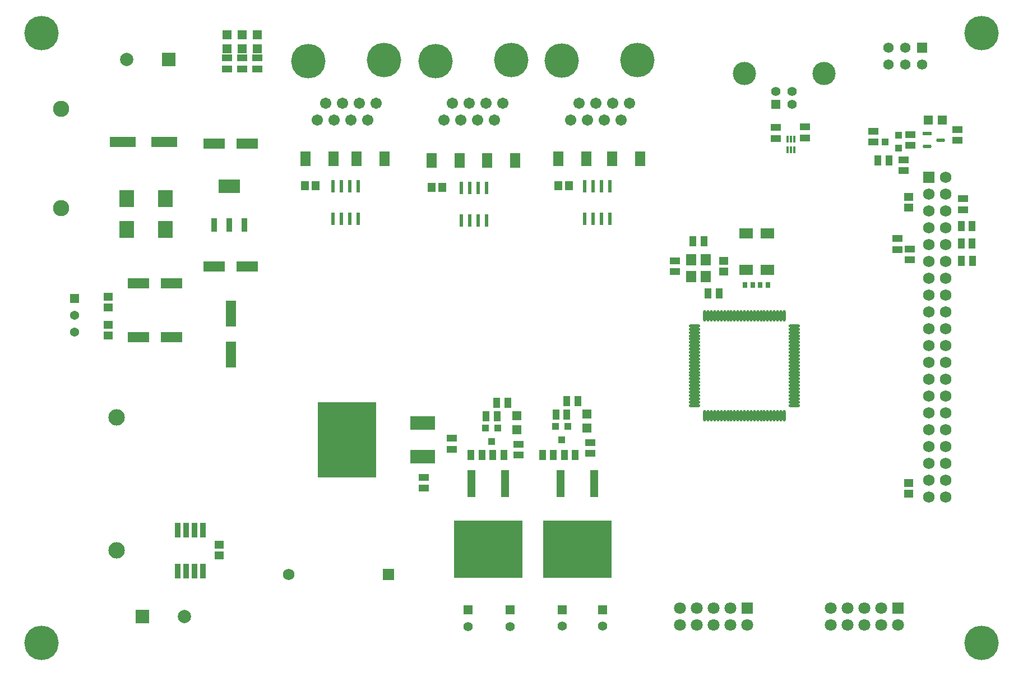
<source format=gts>
G04*
G04 #@! TF.GenerationSoftware,Altium Limited,Altium Designer,24.6.1 (21)*
G04*
G04 Layer_Color=8388736*
%FSLAX25Y25*%
%MOIN*%
G70*
G04*
G04 #@! TF.SameCoordinates,5EFEE535-70E5-4D74-9779-55D0C0DC933D*
G04*
G04*
G04 #@! TF.FilePolarity,Negative*
G04*
G01*
G75*
%ADD19R,0.02953X0.03543*%
%ADD20R,0.05733X0.05136*%
%ADD21R,0.08661X0.09843*%
%ADD22R,0.15748X0.06299*%
%ADD26R,0.06378X0.08583*%
%ADD27R,0.01181X0.03898*%
%ADD29R,0.12598X0.06299*%
%ADD30R,0.05136X0.05733*%
%ADD32R,0.06299X0.15748*%
%ADD33R,0.05906X0.06693*%
%ADD36R,0.02087X0.07795*%
%ADD37R,0.12795X0.08465*%
%ADD38R,0.03740X0.08465*%
%ADD42R,0.35000X0.45000*%
%ADD43R,0.15000X0.08189*%
%ADD44R,0.05260X0.02303*%
G04:AMPARAMS|DCode=45|XSize=52.6mil|YSize=23.03mil|CornerRadius=11.52mil|HoleSize=0mil|Usage=FLASHONLY|Rotation=0.000|XOffset=0mil|YOffset=0mil|HoleType=Round|Shape=RoundedRectangle|*
%AMROUNDEDRECTD45*
21,1,0.05260,0.00000,0,0,0.0*
21,1,0.02957,0.02303,0,0,0.0*
1,1,0.02303,0.01478,0.00000*
1,1,0.02303,-0.01478,0.00000*
1,1,0.02303,-0.01478,0.00000*
1,1,0.02303,0.01478,0.00000*
%
%ADD45ROUNDEDRECTD45*%
%ADD47R,0.03400X0.08800*%
%ADD48R,0.40564X0.33871*%
%ADD49R,0.04540X0.15958*%
%ADD50R,0.05524X0.05524*%
%ADD51R,0.05524X0.05524*%
%ADD52R,0.06115X0.04147*%
%ADD53R,0.08280X0.05918*%
%ADD54R,0.04147X0.06115*%
%ADD55O,0.01784X0.06902*%
%ADD56O,0.06902X0.01784*%
%ADD57R,0.04343X0.03950*%
%ADD58R,0.03950X0.04343*%
%ADD59R,0.06890X0.06890*%
%ADD60C,0.06890*%
%ADD61C,0.13780*%
%ADD62R,0.05591X0.05591*%
%ADD63C,0.05591*%
%ADD64C,0.06902*%
%ADD65R,0.06902X0.06902*%
%ADD66C,0.07099*%
%ADD67R,0.07099X0.07099*%
%ADD68R,0.06181X0.06181*%
%ADD69C,0.06181*%
%ADD70R,0.07887X0.07887*%
%ADD71C,0.07887*%
%ADD72R,0.05512X0.05512*%
%ADD73C,0.05512*%
%ADD74C,0.09776*%
%ADD75C,0.20485*%
%ADD76C,0.06706*%
%ADD77R,0.05398X0.05398*%
%ADD78C,0.05398*%
%ADD79C,0.09658*%
D19*
X472362Y247000D02*
D03*
X467638D02*
D03*
X463362D02*
D03*
X458638D02*
D03*
D20*
X146000Y86228D02*
D03*
Y92572D02*
D03*
X446000Y254828D02*
D03*
Y261172D02*
D03*
X556000Y129172D02*
D03*
Y122828D02*
D03*
Y292828D02*
D03*
Y299172D02*
D03*
X80000Y216828D02*
D03*
Y223172D02*
D03*
Y240000D02*
D03*
Y233655D02*
D03*
D21*
X114000Y279748D02*
D03*
Y298252D02*
D03*
X91000Y279748D02*
D03*
Y298252D02*
D03*
D22*
X113205Y332000D02*
D03*
X88795D02*
D03*
D26*
X305339Y321000D02*
D03*
X321953D02*
D03*
X272339D02*
D03*
X288953D02*
D03*
X379693Y322000D02*
D03*
X396307D02*
D03*
X197520D02*
D03*
X214134D02*
D03*
X227827D02*
D03*
X244441D02*
D03*
X347693D02*
D03*
X364307D02*
D03*
D27*
X487868Y333569D02*
D03*
X485900D02*
D03*
X483931D02*
D03*
Y327231D02*
D03*
X485900D02*
D03*
X487868D02*
D03*
D29*
X98000Y248000D02*
D03*
X117685D02*
D03*
X117842Y216000D02*
D03*
X98158D02*
D03*
X143157Y331000D02*
D03*
X162843D02*
D03*
Y258000D02*
D03*
X143157D02*
D03*
D30*
X196961Y306000D02*
D03*
X203306D02*
D03*
X347655D02*
D03*
X354000D02*
D03*
X272473Y305000D02*
D03*
X278818D02*
D03*
D32*
X153000Y230000D02*
D03*
Y205591D02*
D03*
D33*
X435331Y262000D02*
D03*
Y252000D02*
D03*
X426669D02*
D03*
Y262000D02*
D03*
D36*
X290146Y304705D02*
D03*
X295146D02*
D03*
X300146D02*
D03*
X305146D02*
D03*
Y285295D02*
D03*
X300146D02*
D03*
X295146D02*
D03*
X290146D02*
D03*
X363500Y286295D02*
D03*
X368500D02*
D03*
X373500D02*
D03*
X378500D02*
D03*
Y305705D02*
D03*
X373500D02*
D03*
X368500D02*
D03*
X363500D02*
D03*
X213634Y286295D02*
D03*
X218634D02*
D03*
X223634D02*
D03*
X228634D02*
D03*
Y305705D02*
D03*
X223634D02*
D03*
X218634D02*
D03*
X213634D02*
D03*
D37*
X152000Y305417D02*
D03*
D38*
X161055Y282583D02*
D03*
X152000D02*
D03*
X142945D02*
D03*
D42*
X222140Y155000D02*
D03*
D43*
X267140Y145000D02*
D03*
Y165000D02*
D03*
D44*
X566905Y336740D02*
D03*
D45*
Y329260D02*
D03*
X575095Y333000D02*
D03*
D47*
X136500Y101100D02*
D03*
Y76900D02*
D03*
X131500Y101100D02*
D03*
X126500D02*
D03*
X131500Y76900D02*
D03*
X126500D02*
D03*
X121500Y101100D02*
D03*
Y76900D02*
D03*
D48*
X306000Y89827D02*
D03*
X359000Y89842D02*
D03*
D49*
X296000Y129000D02*
D03*
X316000D02*
D03*
X349000Y129016D02*
D03*
X369000D02*
D03*
D50*
X364600Y170134D02*
D03*
Y161866D02*
D03*
X323000Y169134D02*
D03*
Y160866D02*
D03*
X150800Y395634D02*
D03*
Y387366D02*
D03*
X159800Y395634D02*
D03*
Y387366D02*
D03*
X168800Y395634D02*
D03*
Y387366D02*
D03*
D51*
X567732Y345000D02*
D03*
X576000D02*
D03*
D52*
X267700Y132648D02*
D03*
Y126152D02*
D03*
X168800Y375252D02*
D03*
Y381748D02*
D03*
X417000Y254752D02*
D03*
Y261248D02*
D03*
X588300Y298148D02*
D03*
Y291652D02*
D03*
X549200Y268052D02*
D03*
Y274548D02*
D03*
X556600Y268248D02*
D03*
Y261752D02*
D03*
X535000Y338248D02*
D03*
Y331752D02*
D03*
X557000Y336248D02*
D03*
Y329752D02*
D03*
X585000Y332752D02*
D03*
Y339248D02*
D03*
X553000Y321248D02*
D03*
Y314752D02*
D03*
X284400Y149352D02*
D03*
Y155848D02*
D03*
X494200Y334352D02*
D03*
Y340848D02*
D03*
X477000Y333952D02*
D03*
Y340448D02*
D03*
X159800Y375252D02*
D03*
Y381748D02*
D03*
X150800Y375252D02*
D03*
Y381748D02*
D03*
X366600Y146752D02*
D03*
Y153248D02*
D03*
X324000Y145752D02*
D03*
Y152248D02*
D03*
D53*
X459402Y256000D02*
D03*
X472000D02*
D03*
X459402Y277654D02*
D03*
X472000D02*
D03*
D54*
X427752Y273000D02*
D03*
X434248D02*
D03*
X436752Y242000D02*
D03*
X443248D02*
D03*
X593848Y281800D02*
D03*
X587352D02*
D03*
X593848Y271700D02*
D03*
X587352D02*
D03*
X593948Y261400D02*
D03*
X587452D02*
D03*
X544248Y321000D02*
D03*
X537752D02*
D03*
X352848Y170000D02*
D03*
X346352D02*
D03*
X311248Y169000D02*
D03*
X304752D02*
D03*
X352852Y178000D02*
D03*
X359348D02*
D03*
X311052Y177000D02*
D03*
X317548D02*
D03*
X357848Y146000D02*
D03*
X351352D02*
D03*
X315248D02*
D03*
X308752D02*
D03*
X338352D02*
D03*
X344848D02*
D03*
X295752D02*
D03*
X302248D02*
D03*
D55*
X481996Y228626D02*
D03*
X480028D02*
D03*
X478059D02*
D03*
X476090D02*
D03*
X474122D02*
D03*
X472154D02*
D03*
X470185D02*
D03*
X468217D02*
D03*
X466248D02*
D03*
X464280D02*
D03*
X462311D02*
D03*
X460343D02*
D03*
X458374D02*
D03*
X456405D02*
D03*
X454437D02*
D03*
X452468D02*
D03*
X450500D02*
D03*
X448531D02*
D03*
X446563D02*
D03*
X444594D02*
D03*
X442626D02*
D03*
X440658D02*
D03*
X438689D02*
D03*
X436721D02*
D03*
X434752D02*
D03*
Y169374D02*
D03*
X436721D02*
D03*
X438689D02*
D03*
X440658D02*
D03*
X442626D02*
D03*
X444594D02*
D03*
X446563D02*
D03*
X448531D02*
D03*
X450500D02*
D03*
X452468D02*
D03*
X454437D02*
D03*
X456405D02*
D03*
X458374D02*
D03*
X460343D02*
D03*
X462311D02*
D03*
X464280D02*
D03*
X466248D02*
D03*
X468217D02*
D03*
X470185D02*
D03*
X472154D02*
D03*
X474122D02*
D03*
X476090D02*
D03*
X478059D02*
D03*
X480028D02*
D03*
X481996D02*
D03*
D56*
X428748Y222622D02*
D03*
Y220654D02*
D03*
Y218685D02*
D03*
Y216717D02*
D03*
Y214748D02*
D03*
Y212779D02*
D03*
Y210811D02*
D03*
Y208842D02*
D03*
Y206874D02*
D03*
Y204906D02*
D03*
Y202937D02*
D03*
Y200969D02*
D03*
Y199000D02*
D03*
Y197031D02*
D03*
Y195063D02*
D03*
Y193095D02*
D03*
Y191126D02*
D03*
Y189157D02*
D03*
Y187189D02*
D03*
Y185221D02*
D03*
Y183252D02*
D03*
Y181283D02*
D03*
Y179315D02*
D03*
Y177347D02*
D03*
Y175378D02*
D03*
X488000D02*
D03*
Y177347D02*
D03*
Y179315D02*
D03*
Y181283D02*
D03*
Y183252D02*
D03*
Y185221D02*
D03*
Y187189D02*
D03*
Y189157D02*
D03*
Y191126D02*
D03*
Y193095D02*
D03*
Y195063D02*
D03*
Y197031D02*
D03*
Y199000D02*
D03*
Y200969D02*
D03*
Y202937D02*
D03*
Y204906D02*
D03*
Y206874D02*
D03*
Y208842D02*
D03*
Y210811D02*
D03*
Y212779D02*
D03*
Y214748D02*
D03*
Y216717D02*
D03*
Y218685D02*
D03*
Y220654D02*
D03*
Y222622D02*
D03*
D57*
X542063Y332000D02*
D03*
X549937Y335740D02*
D03*
Y328260D02*
D03*
D58*
X308000Y154063D02*
D03*
X304260Y161937D02*
D03*
X311740D02*
D03*
X349600Y155063D02*
D03*
X345860Y162937D02*
D03*
X353340D02*
D03*
D59*
X246528Y75000D02*
D03*
D60*
X187472D02*
D03*
D61*
X505622Y372669D02*
D03*
X458220D02*
D03*
D62*
X477000Y354126D02*
D03*
D63*
X486842D02*
D03*
Y362000D02*
D03*
X477000D02*
D03*
D64*
X568000Y121000D02*
D03*
Y131000D02*
D03*
Y141000D02*
D03*
Y151000D02*
D03*
Y161000D02*
D03*
Y171000D02*
D03*
Y181000D02*
D03*
Y191000D02*
D03*
Y201000D02*
D03*
Y211000D02*
D03*
Y221000D02*
D03*
Y231000D02*
D03*
Y241000D02*
D03*
Y251000D02*
D03*
Y261000D02*
D03*
Y271000D02*
D03*
Y281000D02*
D03*
Y291000D02*
D03*
Y301000D02*
D03*
X578000Y121000D02*
D03*
Y131000D02*
D03*
Y141000D02*
D03*
Y151000D02*
D03*
Y161000D02*
D03*
Y171000D02*
D03*
Y181000D02*
D03*
Y191000D02*
D03*
Y201000D02*
D03*
Y211000D02*
D03*
Y221000D02*
D03*
Y231000D02*
D03*
Y241000D02*
D03*
Y251000D02*
D03*
Y261000D02*
D03*
Y271000D02*
D03*
Y281000D02*
D03*
Y291000D02*
D03*
Y301000D02*
D03*
Y311000D02*
D03*
D65*
X568000D02*
D03*
D66*
X460000Y45000D02*
D03*
X450000D02*
D03*
X440000D02*
D03*
X430000D02*
D03*
X420000D02*
D03*
X450000Y55000D02*
D03*
X440000D02*
D03*
X430000D02*
D03*
X420000D02*
D03*
X509802Y55064D02*
D03*
X519802D02*
D03*
X529802D02*
D03*
X539802D02*
D03*
X509802Y45064D02*
D03*
X519802D02*
D03*
X529802D02*
D03*
X539802D02*
D03*
X549802D02*
D03*
D67*
X460000Y55000D02*
D03*
X549802Y55064D02*
D03*
D68*
X564000Y388000D02*
D03*
D69*
X554000D02*
D03*
X544000D02*
D03*
X564000Y378000D02*
D03*
X554000D02*
D03*
X544000D02*
D03*
D70*
X100500Y50000D02*
D03*
X115916Y380836D02*
D03*
D71*
X125500Y50000D02*
D03*
X90916Y380836D02*
D03*
D72*
X374000Y54000D02*
D03*
X350000D02*
D03*
X294000Y53843D02*
D03*
X319000D02*
D03*
D73*
X374000Y44157D02*
D03*
X350000D02*
D03*
X294000Y44000D02*
D03*
X319000D02*
D03*
D74*
X85000Y89394D02*
D03*
Y168134D02*
D03*
D75*
X274646Y380000D02*
D03*
X319646Y380500D02*
D03*
X394816Y380619D02*
D03*
X349816Y380119D02*
D03*
X199134Y380000D02*
D03*
X244134Y380500D02*
D03*
X599479Y34379D02*
D03*
Y396584D02*
D03*
X40424Y34379D02*
D03*
Y396584D02*
D03*
D76*
X304830Y354881D02*
D03*
X299830Y344881D02*
D03*
X294830Y354881D02*
D03*
X289829Y344881D02*
D03*
X284829Y354881D02*
D03*
X279830Y344881D02*
D03*
X314829Y354881D02*
D03*
X309829Y344881D02*
D03*
X385000Y345000D02*
D03*
X390000Y355000D02*
D03*
X355000Y345000D02*
D03*
X360000Y355000D02*
D03*
X365000Y345000D02*
D03*
X370000Y355000D02*
D03*
X375000Y345000D02*
D03*
X380000Y355000D02*
D03*
X229318Y354881D02*
D03*
X224318Y344881D02*
D03*
X219318Y354881D02*
D03*
X214318Y344881D02*
D03*
X209318Y354881D02*
D03*
X204318Y344881D02*
D03*
X239318Y354881D02*
D03*
X234318Y344881D02*
D03*
D77*
X60000Y239000D02*
D03*
D78*
Y229000D02*
D03*
Y219000D02*
D03*
D79*
X52000Y351528D02*
D03*
Y292472D02*
D03*
M02*

</source>
